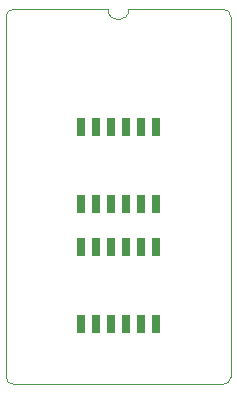
<source format=gbr>
%TF.GenerationSoftware,KiCad,Pcbnew,(5.1.5-0-10_14)*%
%TF.CreationDate,2021-03-11T16:13:23+01:00*%
%TF.ProjectId,C64-ROM-Adapter-LB,4336342d-524f-44d2-9d41-646170746572,1.1*%
%TF.SameCoordinates,Original*%
%TF.FileFunction,Paste,Top*%
%TF.FilePolarity,Positive*%
%FSLAX46Y46*%
G04 Gerber Fmt 4.6, Leading zero omitted, Abs format (unit mm)*
G04 Created by KiCad (PCBNEW (5.1.5-0-10_14)) date 2021-03-11 16:13:23*
%MOMM*%
%LPD*%
G04 APERTURE LIST*
%ADD10C,0.050000*%
%ADD11R,0.760000X1.600000*%
G04 APERTURE END LIST*
D10*
X122809000Y-48895000D02*
X130810000Y-48895000D01*
X122809000Y-48895000D02*
G75*
G02X121031000Y-48895000I-889000J0D01*
G01*
X131445000Y-80010000D02*
G75*
G02X130810000Y-80645000I-635000J0D01*
G01*
X113030000Y-80645000D02*
G75*
G02X112395000Y-80010000I0J635000D01*
G01*
X112395000Y-49530000D02*
G75*
G02X113030000Y-48895000I635000J0D01*
G01*
X130810000Y-48895000D02*
G75*
G02X131445000Y-49530000I0J-635000D01*
G01*
X112395000Y-80010000D02*
X112395000Y-49530000D01*
X130810000Y-80645000D02*
X113030000Y-80645000D01*
X131445000Y-49530000D02*
X131445000Y-80010000D01*
X113030000Y-48895000D02*
X121031000Y-48895000D01*
D11*
X118745000Y-69055000D03*
X120015000Y-69045000D03*
X121285000Y-69045000D03*
X125095000Y-75565000D03*
X122555000Y-69045000D03*
X123825000Y-75565000D03*
X123825000Y-69045000D03*
X122555000Y-75565000D03*
X125095000Y-69045000D03*
X121285000Y-75565000D03*
X120015000Y-75565000D03*
X118745000Y-75565000D03*
X118745000Y-65405000D03*
X120015000Y-65405000D03*
X121285000Y-65405000D03*
X125095000Y-58885000D03*
X122555000Y-65405000D03*
X123825000Y-58885000D03*
X123825000Y-65405000D03*
X122555000Y-58885000D03*
X125095000Y-65405000D03*
X121285000Y-58885000D03*
X120015000Y-58885000D03*
X118745000Y-58895000D03*
M02*

</source>
